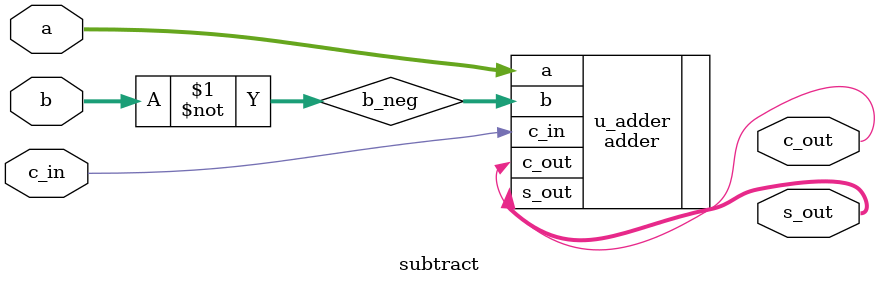
<source format=v>
module subtract (
    input  wire [3:0] a     ,
    input  wire [3:0] b     ,
    input  wire       c_in  ,
    output wire [3:0] s_out ,
    output wire       c_out
);
    wire [3:0] b_neg        ;
    assign b_neg = ~b       ;

    adder u_adder (
        .a(a)               ,
        .b(b_neg)           ,
        .c_in(c_in)         ,
        .s_out(s_out)       ,
        .c_out(c_out)
    );
endmodule


</source>
